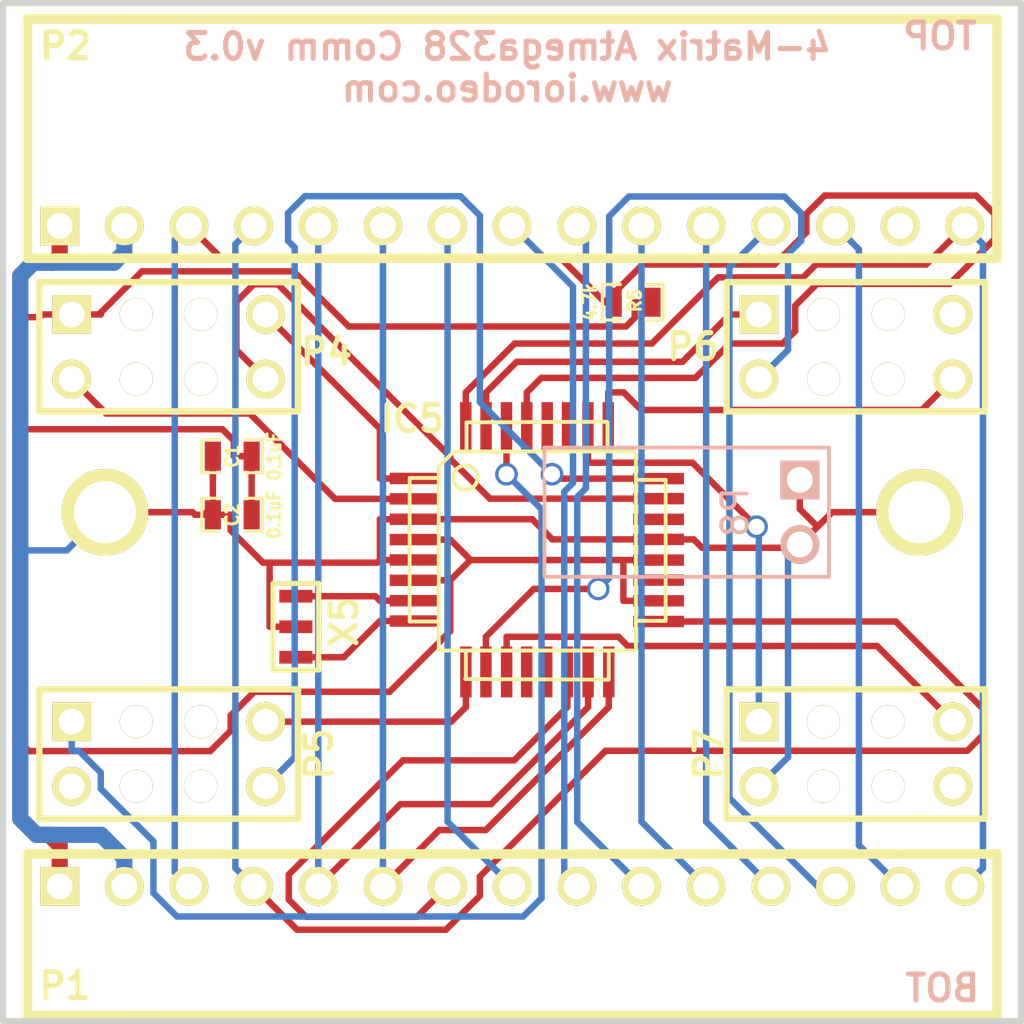
<source format=kicad_pcb>
(kicad_pcb (version 20221018) (generator pcbnew)
  (layers (0 "F.Cu" signal) (31 "B.Cu" signal) (34 "B.Paste" user) (35 "F.Paste" user) (36 "B.SilkS" user "B.Silkscreen") (37 "F.SilkS" user "F.Silkscreen") (38 "B.Mask" user) (39 "F.Mask" user) (44 "Edge.Cuts" user))
  (net 0 "")
  (net 1 "+5V")
  (net 2 "/B0_CS0")
  (net 3 "/B0_CS1")
  (net 4 "/B0_CS2")
  (net 5 "/B0_CS3")
  (net 6 "/B0_CS4")
  (net 7 "/B0_CS5")
  (net 8 "/B0_CS6")
  (net 9 "/B0_CS7")
  (net 10 "/B0_MISO")
  (net 11 "/B0_MOSI")
  (net 12 "/B0_SCK")
  (net 13 "/B1_CS0")
  (net 14 "/B1_CS1")
  (net 15 "/B1_CS2")
  (net 16 "/B1_CS3")
  (net 17 "/B1_MISO")
  (net 18 "/B1_MOSI")
  (net 19 "/B1_SCK")
  (net 20 "/EXT_INT0")
  (net 21 "/RESET_DRV0")
  (net 22 "/RESET_DRV1")
  (net 23 "/RESET_DRV2")
  (net 24 "/RESET_DRV3")
  (net 25 "/RESET_MSTR")
  (net 26 "/XTAL1")
  (net 27 "/XTAL2")
  (net 28 "GND")
  (footprint "HEADER_BOT" (layer "F.Cu") (at 70 84.7)
    (fp_text reference "P1" (at -17.5744 3.9111) (layer "F.SilkS") (effects (font (size 1.016 1.016) (thickness 0.2032))))
    (fp_text value "CONN15" hide)
    (fp_line (start -19.05 -1.27) (end -19.05 5.08) (stroke (width 0.381)) (layer "F.SilkS"))
    (fp_line (start -19.05 5.08) (end -13.97 5.08) (stroke (width 0.381)) (layer "F.SilkS"))
    (fp_line (start -15.24 -1.27) (end -19.05 -1.27) (stroke (width 0.381)) (layer "F.SilkS"))
    (fp_line (start -15.24 -1.27) (end 15.24 -1.27) (stroke (width 0.381)) (layer "F.SilkS"))
    (fp_line (start -15.24 5.08) (end 15.24 5.08) (stroke (width 0.381)) (layer "F.SilkS"))
    (fp_line (start 15.367 -1.27) (end 18.923 -1.27) (stroke (width 0.381)) (layer "F.SilkS"))
    (fp_line (start 15.367 5.08) (end 19.05 5.08) (stroke (width 0.381)) (layer "F.SilkS"))
    (fp_line (start 18.923 -1.27) (end 19.05 -1.27) (stroke (width 0.381)) (layer "F.SilkS"))
    (fp_line (start 19.05 5.08) (end 19.05 -1.27) (stroke (width 0.381)) (layer "F.SilkS"))
    (pad "1" thru_hole rect (at -17.78 0) (size 1.524 1.524) (drill 1.016) (layers "*.Cu" "*.Mask" "F.SilkS") (net 1 "+5V"))
    (pad "2" thru_hole circle (at -15.24 0) (size 1.524 1.524) (drill 1.016) (layers "*.Cu" "*.Mask" "F.SilkS") (net 28 "GND"))
    (pad "3" thru_hole circle (at -12.7 0) (size 1.524 1.524) (drill 1.016) (layers "*.Cu" "*.Mask" "F.SilkS") (net 25 "/RESET_MSTR"))
    (pad "4" thru_hole circle (at -10.16 0) (size 1.524 1.524) (drill 1.016) (layers "*.Cu" "*.Mask" "F.SilkS") (net 12 "/B0_SCK"))
    (pad "5" thru_hole circle (at -7.62 0) (size 1.524 1.524) (drill 1.016) (layers "*.Cu" "*.Mask" "F.SilkS") (net 11 "/B0_MOSI"))
    (pad "6" thru_hole circle (at -5.08 0) (size 1.524 1.524) (drill 1.016) (layers "*.Cu" "*.Mask" "F.SilkS") (net 10 "/B0_MISO"))
    (pad "7" thru_hole circle (at -2.54 0) (size 1.524 1.524) (drill 1.016) (layers "*.Cu" "*.Mask" "F.SilkS") (net 2 "/B0_CS0"))
    (pad "8" thru_hole circle (at 0 0) (size 1.524 1.524) (drill 1.016) (layers "*.Cu" "*.Mask" "F.SilkS") (net 3 "/B0_CS1"))
    (pad "9" thru_hole circle (at 2.54 0) (size 1.524 1.524) (drill 1.016) (layers "*.Cu" "*.Mask" "F.SilkS") (net 4 "/B0_CS2"))
    (pad "10" thru_hole circle (at 5.08 0) (size 1.524 1.524) (drill 1.016) (layers "*.Cu" "*.Mask" "F.SilkS") (net 5 "/B0_CS3"))
    (pad "11" thru_hole circle (at 7.62 0) (size 1.524 1.524) (drill 1.016) (layers "*.Cu" "*.Mask" "F.SilkS") (net 6 "/B0_CS4"))
    (pad "12" thru_hole circle (at 10.16 0) (size 1.524 1.524) (drill 1.016) (layers "*.Cu" "*.Mask" "F.SilkS") (net 7 "/B0_CS5"))
    (pad "13" thru_hole circle (at 12.7 0) (size 1.524 1.524) (drill 1.016) (layers "*.Cu" "*.Mask" "F.SilkS") (net 8 "/B0_CS6"))
    (pad "14" thru_hole circle (at 15.24 0) (size 1.524 1.524) (drill 1.016) (layers "*.Cu" "*.Mask" "F.SilkS") (net 9 "/B0_CS7"))
    (pad "15" thru_hole circle (at 17.78 0) (size 1.524 1.524) (drill 1.016) (layers "*.Cu" "*.Mask" "F.SilkS") (net 20 "/EXT_INT0"))
  )
  (footprint "HEADER_TOP" (layer "F.Cu") (at 70 58.75)
    (fp_text reference "P2" (at -17.549 -7.0706) (layer "F.SilkS") (effects (font (size 1.016 1.016) (thickness 0.2032))))
    (fp_text value "CONN15" hide)
    (fp_line (start -19.05 -8.128) (end -19.05 -7.62) (stroke (width 0.381)) (layer "F.SilkS"))
    (fp_line (start -19.05 1.27) (end -19.05 -7.62) (stroke (width 0.381)) (layer "F.SilkS"))
    (fp_line (start -15.24 -8.128) (end -19.05 -8.128) (stroke (width 0.381)) (layer "F.SilkS"))
    (fp_line (start -15.24 -8.128) (end 15.24 -8.128) (stroke (width 0.381)) (layer "F.SilkS"))
    (fp_line (start -15.24 1.27) (end -19.05 1.27) (stroke (width 0.381)) (layer "F.SilkS"))
    (fp_line (start 15.24 -8.128) (end 19.05 -8.128) (stroke (width 0.381)) (layer "F.SilkS"))
    (fp_line (start 15.24 1.27) (end -15.24 1.27) (stroke (width 0.381)) (layer "F.SilkS"))
    (fp_line (start 15.24 1.27) (end 19.05 1.27) (stroke (width 0.381)) (layer "F.SilkS"))
    (fp_line (start 19.05 -8.128) (end 19.05 -7.366) (stroke (width 0.381)) (layer "F.SilkS"))
    (fp_line (start 19.05 1.27) (end 19.05 -7.62) (stroke (width 0.381)) (layer "F.SilkS"))
    (pad "1" thru_hole rect (at -17.78 0) (size 1.524 1.524) (drill 1.016) (layers "*.Cu" "*.Mask" "F.SilkS") (net 1 "+5V"))
    (pad "2" thru_hole circle (at -15.24 0) (size 1.524 1.524) (drill 1.016) (layers "*.Cu" "*.Mask" "F.SilkS") (net 28 "GND"))
    (pad "3" thru_hole circle (at -12.7 0) (size 1.524 1.524) (drill 1.016) (layers "*.Cu" "*.Mask" "F.SilkS") (net 25 "/RESET_MSTR"))
    (pad "4" thru_hole circle (at -10.16 0) (size 1.524 1.524) (drill 1.016) (layers "*.Cu" "*.Mask" "F.SilkS") (net 12 "/B0_SCK"))
    (pad "5" thru_hole circle (at -7.62 0) (size 1.524 1.524) (drill 1.016) (layers "*.Cu" "*.Mask" "F.SilkS") (net 11 "/B0_MOSI"))
    (pad "6" thru_hole circle (at -5.08 0) (size 1.524 1.524) (drill 1.016) (layers "*.Cu" "*.Mask" "F.SilkS") (net 10 "/B0_MISO"))
    (pad "7" thru_hole circle (at -2.54 0) (size 1.524 1.524) (drill 1.016) (layers "*.Cu" "*.Mask" "F.SilkS") (net 3 "/B0_CS1"))
    (pad "8" thru_hole circle (at 0 0) (size 1.524 1.524) (drill 1.016) (layers "*.Cu" "*.Mask" "F.SilkS") (net 4 "/B0_CS2"))
    (pad "9" thru_hole circle (at 2.54 0) (size 1.524 1.524) (drill 1.016) (layers "*.Cu" "*.Mask" "F.SilkS") (net 5 "/B0_CS3"))
    (pad "10" thru_hole circle (at 5.08 0) (size 1.524 1.524) (drill 1.016) (layers "*.Cu" "*.Mask" "F.SilkS") (net 6 "/B0_CS4"))
    (pad "11" thru_hole circle (at 7.62 0) (size 1.524 1.524) (drill 1.016) (layers "*.Cu" "*.Mask" "F.SilkS") (net 7 "/B0_CS5"))
    (pad "12" thru_hole circle (at 10.16 0) (size 1.524 1.524) (drill 1.016) (layers "*.Cu" "*.Mask" "F.SilkS") (net 8 "/B0_CS6"))
    (pad "13" thru_hole circle (at 12.7 0) (size 1.524 1.524) (drill 1.016) (layers "*.Cu" "*.Mask" "F.SilkS") (net 9 "/B0_CS7"))
    (pad "14" thru_hole circle (at 15.24 0) (size 1.524 1.524) (drill 1.016) (layers "*.Cu" "*.Mask" "F.SilkS"))
    (pad "15" thru_hole circle (at 17.78 0) (size 1.524 1.524) (drill 1.016) (layers "*.Cu" "*.Mask" "F.SilkS") (net 20 "/EXT_INT0"))
  )
  (footprint "SM0603_Capa" (layer "F.Cu") (at 59 67.8 180)
    (fp_text reference "C1" (at 0 0 270) (layer "F.SilkS") (effects (font (size 0.508 0.4572) (thickness 0.1143))))
    (fp_text value "0.1uF" (at -1.651 0 270) (layer "F.SilkS") (effects (font (size 0.508 0.4572) (thickness 0.1143))))
    (fp_line (start -1.19888 -0.65024) (end -0.50038 -0.65024) (stroke (width 0.11938)) (layer "F.SilkS"))
    (fp_line (start -1.19888 0.635) (end -1.19888 -0.635) (stroke (width 0.11938)) (layer "F.SilkS"))
    (fp_line (start -0.50038 0.65024) (end -1.19888 0.65024) (stroke (width 0.11938)) (layer "F.SilkS"))
    (fp_line (start 0.50038 -0.65024) (end 1.19888 -0.65024) (stroke (width 0.11938)) (layer "F.SilkS"))
    (fp_line (start 0.50038 0.65024) (end 1.19888 0.65024) (stroke (width 0.11938)) (layer "F.SilkS"))
    (fp_line (start 1.19888 -0.635) (end 1.19888 0.635) (stroke (width 0.11938)) (layer "F.SilkS"))
    (pad "1" smd rect (at -0.762 0 180) (size 0.635 1.143) (layers "F.Cu" "F.Paste" "F.Mask") (net 1 "+5V"))
    (pad "2" smd rect (at 0.762 0 180) (size 0.635 1.143) (layers "F.Cu" "F.Paste" "F.Mask") (net 28 "GND"))
  )
  (footprint "SM0603_Capa" (layer "F.Cu") (at 59 70.1 180)
    (fp_text reference "C2" (at 0 0 270) (layer "F.SilkS") (effects (font (size 0.508 0.4572) (thickness 0.1143))))
    (fp_text value "0.1uF" (at -1.651 0 270) (layer "F.SilkS") (effects (font (size 0.508 0.4572) (thickness 0.1143))))
    (fp_line (start -1.19888 -0.65024) (end -0.50038 -0.65024) (stroke (width 0.11938)) (layer "F.SilkS"))
    (fp_line (start -1.19888 0.635) (end -1.19888 -0.635) (stroke (width 0.11938)) (layer "F.SilkS"))
    (fp_line (start -0.50038 0.65024) (end -1.19888 0.65024) (stroke (width 0.11938)) (layer "F.SilkS"))
    (fp_line (start 0.50038 -0.65024) (end 1.19888 -0.65024) (stroke (width 0.11938)) (layer "F.SilkS"))
    (fp_line (start 0.50038 0.65024) (end 1.19888 0.65024) (stroke (width 0.11938)) (layer "F.SilkS"))
    (fp_line (start 1.19888 -0.635) (end 1.19888 0.635) (stroke (width 0.11938)) (layer "F.SilkS"))
    (pad "1" smd rect (at -0.762 0 180) (size 0.635 1.143) (layers "F.Cu" "F.Paste" "F.Mask") (net 1 "+5V"))
    (pad "2" smd rect (at 0.762 0 180) (size 0.635 1.143) (layers "F.Cu" "F.Paste" "F.Mask") (net 28 "GND"))
  )
  (footprint "TQFP32" (layer "F.Cu") (at 71 71.5)
    (fp_text reference "IC5" (at -4.9252 -5.1679) (layer "F.SilkS") (effects (font (size 1.016 1.016) (thickness 0.2032))))
    (fp_text value "ATMEGA328-A" hide)
    (fp_line (start -5.0292 -2.8448) (end -5.0292 2.794) (stroke (width 0.1524)) (layer "F.SilkS"))
    (fp_line (start -5.0292 2.794) (end -3.8862 2.794) (stroke (width 0.1524)) (layer "F.SilkS"))
    (fp_line (start -5.02412 -2.8448) (end -3.87604 -2.8448) (stroke (width 0.1524)) (layer "F.SilkS"))
    (fp_line (start -3.8862 -3.2766) (end -3.8862 3.9116) (stroke (width 0.1524)) (layer "F.SilkS"))
    (fp_line (start -3.8862 3.937) (end 3.7338 3.937) (stroke (width 0.1524)) (layer "F.SilkS"))
    (fp_line (start -3.87604 -3.302) (end -3.29184 -3.8862) (stroke (width 0.1524)) (layer "F.SilkS"))
    (fp_line (start -3.2512 -3.8862) (end 3.81 -3.8862) (stroke (width 0.1524)) (layer "F.SilkS"))
    (fp_line (start -2.8448 5.0546) (end 2.794 5.08) (stroke (width 0.1524)) (layer "F.SilkS"))
    (fp_line (start -2.8194 3.9878) (end -2.8194 5.0546) (stroke (width 0.1524)) (layer "F.SilkS"))
    (fp_line (start -2.794 -5.0292) (end 2.7178 -5.0546) (stroke (width 0.1524)) (layer "F.SilkS"))
    (fp_line (start -2.794 -3.8862) (end -2.794 -5.03428) (stroke (width 0.1524)) (layer "F.SilkS"))
    (fp_line (start 2.7432 -5.0292) (end 2.7432 -3.9878) (stroke (width 0.1524)) (layer "F.SilkS"))
    (fp_line (start 2.794 3.9624) (end 2.794 5.0546) (stroke (width 0.1524)) (layer "F.SilkS"))
    (fp_line (start 3.8608 3.937) (end 3.8608 -3.7846) (stroke (width 0.1524)) (layer "F.SilkS"))
    (fp_line (start 5.0292 -2.7686) (end 3.9116 -2.7686) (stroke (width 0.1524)) (layer "F.SilkS"))
    (fp_line (start 5.0292 2.7686) (end 3.8862 2.7686) (stroke (width 0.1524)) (layer "F.SilkS"))
    (fp_line (start 5.0292 2.7686) (end 5.0292 -2.7686) (stroke (width 0.1524)) (layer "F.SilkS"))
    (fp_circle (center -2.83972 -2.86004) (end -2.43332 -2.60604) (stroke (width 0.1524)) (fill none) (layer "F.SilkS"))
    (pad "1" smd rect (at -4.81584 -2.82448) (size 1.99898 0.44958) (layers "F.Cu" "F.Paste" "F.Mask") (net 13 "/B1_CS0"))
    (pad "2" smd rect (at -4.81584 -2.02438) (size 1.99898 0.44958) (layers "F.Cu" "F.Paste" "F.Mask") (net 19 "/B1_SCK"))
    (pad "3" smd rect (at -4.81584 -1.22428) (size 1.99898 0.44958) (layers "F.Cu" "F.Paste" "F.Mask") (net 28 "GND"))
    (pad "4" smd rect (at -4.81584 -0.42418) (size 1.99898 0.44958) (layers "F.Cu" "F.Paste" "F.Mask") (net 1 "+5V"))
    (pad "5" smd rect (at -4.81584 0.37592) (size 1.99898 0.44958) (layers "F.Cu" "F.Paste" "F.Mask") (net 28 "GND"))
    (pad "6" smd rect (at -4.81584 1.17602) (size 1.99898 0.44958) (layers "F.Cu" "F.Paste" "F.Mask") (net 1 "+5V"))
    (pad "7" smd rect (at -4.81584 1.97612) (size 1.99898 0.44958) (layers "F.Cu" "F.Paste" "F.Mask") (net 26 "/XTAL1"))
    (pad "8" smd rect (at -4.81584 2.77622) (size 1.99898 0.44958) (layers "F.Cu" "F.Paste" "F.Mask") (net 27 "/XTAL2"))
    (pad "9" smd rect (at -2.8194 4.7752) (size 0.44958 1.99898) (layers "F.Cu" "F.Paste" "F.Mask") (net 14 "/B1_CS1"))
    (pad "10" smd rect (at -2.032 4.7752) (size 0.44958 1.99898) (layers "F.Cu" "F.Paste" "F.Mask") (net 15 "/B1_CS2"))
    (pad "11" smd rect (at -1.2192 4.7752) (size 0.44958 1.99898) (layers "F.Cu" "F.Paste" "F.Mask") (net 16 "/B1_CS3"))
    (pad "12" smd rect (at -0.4318 4.7752) (size 0.44958 1.99898) (layers "F.Cu" "F.Paste" "F.Mask"))
    (pad "13" smd rect (at 0.3556 4.7752) (size 0.44958 1.99898) (layers "F.Cu" "F.Paste" "F.Mask"))
    (pad "14" smd rect (at 1.1684 4.7752) (size 0.44958 1.99898) (layers "F.Cu" "F.Paste" "F.Mask") (net 2 "/B0_CS0"))
    (pad "15" smd rect (at 1.9812 4.7752) (size 0.44958 1.99898) (layers "F.Cu" "F.Paste" "F.Mask") (net 11 "/B0_MOSI"))
    (pad "16" smd rect (at 2.794 4.7752) (size 0.44958 1.99898) (layers "F.Cu" "F.Paste" "F.Mask") (net 10 "/B0_MISO"))
    (pad "17" smd rect (at 4.7498 2.794) (size 1.99898 0.44958) (layers "F.Cu" "F.Paste" "F.Mask") (net 12 "/B0_SCK"))
    (pad "18" smd rect (at 4.7498 1.9812) (size 1.99898 0.44958) (layers "F.Cu" "F.Paste" "F.Mask") (net 1 "+5V"))
    (pad "19" smd rect (at 4.7498 1.1684) (size 1.99898 0.44958) (layers "F.Cu" "F.Paste" "F.Mask"))
    (pad "20" smd rect (at 4.7498 0.381) (size 1.99898 0.44958) (layers "F.Cu" "F.Paste" "F.Mask") (net 1 "+5V"))
    (pad "21" smd rect (at 4.7498 -0.4318) (size 1.99898 0.44958) (layers "F.Cu" "F.Paste" "F.Mask") (net 28 "GND"))
    (pad "22" smd rect (at 4.7498 -1.2192) (size 1.99898 0.44958) (layers "F.Cu" "F.Paste" "F.Mask"))
    (pad "23" smd rect (at 4.7498 -2.032) (size 1.99898 0.44958) (layers "F.Cu" "F.Paste" "F.Mask") (net 21 "/RESET_DRV0"))
    (pad "24" smd rect (at 4.7498 -2.8194) (size 1.99898 0.44958) (layers "F.Cu" "F.Paste" "F.Mask") (net 22 "/RESET_DRV1"))
    (pad "25" smd rect (at 2.77368 -4.826) (size 0.44958 1.99898) (layers "F.Cu" "F.Paste" "F.Mask") (net 23 "/RESET_DRV2"))
    (pad "26" smd rect (at 1.97612 -4.826) (size 0.44958 1.99898) (layers "F.Cu" "F.Paste" "F.Mask") (net 24 "/RESET_DRV3"))
    (pad "27" smd rect (at 1.17348 -4.826) (size 0.44958 1.99898) (layers "F.Cu" "F.Paste" "F.Mask"))
    (pad "28" smd rect (at 0.37592 -4.826) (size 0.44958 1.99898) (layers "F.Cu" "F.Paste" "F.Mask"))
    (pad "29" smd rect (at -0.42672 -4.826) (size 0.44958 1.99898) (layers "F.Cu" "F.Paste" "F.Mask") (net 25 "/RESET_MSTR"))
    (pad "30" smd rect (at -1.22428 -4.826) (size 0.44958 1.99898) (layers "F.Cu" "F.Paste" "F.Mask") (net 17 "/B1_MISO"))
    (pad "31" smd rect (at -2.02692 -4.826) (size 0.44958 1.99898) (layers "F.Cu" "F.Paste" "F.Mask") (net 18 "/B1_MOSI"))
    (pad "32" smd rect (at -2.82448 -4.826) (size 0.44958 1.99898) (layers "F.Cu" "F.Paste" "F.Mask") (net 20 "/EXT_INT0"))
  )
  (footprint "SM0603_Resistor" (layer "F.Cu") (at 74.75 61.75)
    (fp_text reference "R5" (at 0.0635 -0.0635 90) (layer "F.SilkS") (effects (font (size 0.50038 0.4572) (thickness 0.1143))))
    (fp_text value "4.7k" (at -1.69926 0 90) (layer "F.SilkS") (effects (font (size 0.508 0.4572) (thickness 0.1143))))
    (fp_line (start -1.2065 -0.6985) (end -1.2065 0.6985) (stroke (width 0.127)) (layer "F.SilkS"))
    (fp_line (start -1.2065 0.6985) (end -0.50038 0.6985) (stroke (width 0.127)) (layer "F.SilkS"))
    (fp_line (start -0.50038 -0.6985) (end -1.2065 -0.6985) (stroke (width 0.127)) (layer "F.SilkS"))
    (fp_line (start 1.2065 -0.6985) (end 0.50038 -0.6985) (stroke (width 0.127)) (layer "F.SilkS"))
    (fp_line (start 1.2065 -0.6985) (end 1.2065 0.6985) (stroke (width 0.127)) (layer "F.SilkS"))
    (fp_line (start 1.2065 0.6985) (end 0.50038 0.6985) (stroke (width 0.127)) (layer "F.SilkS"))
    (pad "1" smd rect (at -0.762 0) (size 0.635 1.143) (layers "F.Cu" "F.Paste" "F.Mask") (net 25 "/RESET_MSTR"))
    (pad "2" smd rect (at 0.762 0) (size 0.635 1.143) (layers "F.Cu" "F.Paste" "F.Mask") (net 1 "+5V"))
  )
  (footprint "CER_RESO" (layer "F.Cu") (at 61.5 74.5 -90)
    (fp_text reference "X5" (at -0.2 -1.9 270) (layer "F.SilkS") (effects (font (size 1.016 1.016) (thickness 0.2032))))
    (fp_text value "CER_RESO" hide)
    (fp_line (start -1.69926 -0.89916) (end 1.69926 -0.89916) (stroke (width 0.2032)) (layer "F.SilkS"))
    (fp_line (start -1.69926 0.89916) (end -1.69926 -0.89916) (stroke (width 0.2032)) (layer "F.SilkS"))
    (fp_line (start 1.69926 -0.89916) (end 1.69926 0.89916) (stroke (width 0.2032)) (layer "F.SilkS"))
    (fp_line (start 1.69926 0.89916) (end -1.69926 0.89916) (stroke (width 0.2032)) (layer "F.SilkS"))
    (pad "1" smd rect (at -1.19888 0 270) (size 0.50038 1.30048) (layers "F.Cu" "F.Paste" "F.Mask") (net 26 "/XTAL1"))
    (pad "2" smd rect (at 0 0 270) (size 0.50038 1.30048) (layers "F.Cu" "F.Paste" "F.Mask") (net 28 "GND"))
    (pad "3" smd rect (at 1.19888 0 270) (size 0.50038 1.30048) (layers "F.Cu" "F.Paste" "F.Mask") (net 27 "/XTAL2"))
  )
  (footprint "PASS_THRU_ARRAY_2X2" (layer "F.Cu") (at 56.5 63.5 -90)
    (fp_text reference "P4" (at 0.2 -6.2) (layer "F.SilkS") (effects (font (size 1.016 1.016) (thickness 0.2032))))
    (fp_text value "CONN_2X2" hide)
    (fp_line (start -2.54 -5.08) (end 2.54 -5.08) (stroke (width 0.254)) (layer "F.SilkS"))
    (fp_line (start -2.54 -2.54) (end -2.54 -5.08) (stroke (width 0.254)) (layer "F.SilkS"))
    (fp_line (start -2.54 2.54) (end -2.54 -2.54) (stroke (width 0.254)) (layer "F.SilkS"))
    (fp_line (start -2.54 2.54) (end -2.54 5.08) (stroke (width 0.254)) (layer "F.SilkS"))
    (fp_line (start -2.54 5.08) (end 2.54 5.08) (stroke (width 0.254)) (layer "F.SilkS"))
    (fp_line (start 2.54 -5.08) (end 2.54 -2.54) (stroke (width 0.254)) (layer "F.SilkS"))
    (fp_line (start 2.54 -2.54) (end 2.54 2.54) (stroke (width 0.254)) (layer "F.SilkS"))
    (fp_line (start 2.54 5.08) (end 2.54 2.54) (stroke (width 0.254)) (layer "F.SilkS"))
    (pad "" thru_hole circle (at -1.27 -1.27 270) (size 1.2954 1.2954) (drill 1.27) (layers "*.Cu" "F.SilkS"))
    (pad "" thru_hole circle (at -1.27 1.27 270) (size 1.2954 1.2954) (drill 1.27) (layers "*.Cu" "F.SilkS"))
    (pad "" thru_hole circle (at 1.27 -1.27 270) (size 1.2954 1.2954) (drill 1.27) (layers "*.Cu" "F.SilkS"))
    (pad "" thru_hole circle (at 1.27 1.27 270) (size 1.2954 1.2954) (drill 1.27) (layers "*.Cu" "F.SilkS"))
    (pad "1" thru_hole rect (at -1.27 3.81 270) (size 1.524 1.524) (drill 1.016) (layers "*.Cu" "*.Mask" "F.SilkS") (net 1 "+5V"))
    (pad "2" thru_hole circle (at -1.27 -3.81 270) (size 1.524 1.524) (drill 1.016) (layers "*.Cu" "*.Mask" "F.SilkS") (net 13 "/B1_CS0"))
    (pad "3" thru_hole circle (at 1.27 3.81 270) (size 1.524 1.524) (drill 1.016) (layers "*.Cu" "*.Mask" "F.SilkS") (net 19 "/B1_SCK"))
    (pad "4" thru_hole circle (at 1.27 -3.81 270) (size 1.524 1.524) (drill 1.016) (layers "*.Cu" "*.Mask" "F.SilkS") (net 21 "/RESET_DRV0"))
  )
  (footprint "PASS_THRU_ARRAY_2X2" (layer "F.Cu") (at 56.5 79.5 -90)
    (fp_text reference "P5" (at 0 -5.9 270) (layer "F.SilkS") (effects (font (size 1.016 1.016) (thickness 0.2032))))
    (fp_text value "CONN_2X2" hide)
    (fp_line (start -2.54 -5.08) (end 2.54 -5.08) (stroke (width 0.254)) (layer "F.SilkS"))
    (fp_line (start -2.54 -2.54) (end -2.54 -5.08) (stroke (width 0.254)) (layer "F.SilkS"))
    (fp_line (start -2.54 2.54) (end -2.54 -2.54) (stroke (width 0.254)) (layer "F.SilkS"))
    (fp_line (start -2.54 2.54) (end -2.54 5.08) (stroke (width 0.254)) (layer "F.SilkS"))
    (fp_line (start -2.54 5.08) (end 2.54 5.08) (stroke (width 0.254)) (layer "F.SilkS"))
    (fp_line (start 2.54 -5.08) (end 2.54 -2.54) (stroke (width 0.254)) (layer "F.SilkS"))
    (fp_line (start 2.54 -2.54) (end 2.54 2.54) (stroke (width 0.254)) (layer "F.SilkS"))
    (fp_line (start 2.54 5.08) (end 2.54 2.54) (stroke (width 0.254)) (layer "F.SilkS"))
    (pad "" thru_hole circle (at -1.27 -1.27 270) (size 1.2954 1.2954) (drill 1.27) (layers "*.Cu" "F.SilkS"))
    (pad "" thru_hole circle (at -1.27 1.27 270) (size 1.2954 1.2954) (drill 1.27) (layers "*.Cu" "F.SilkS"))
    (pad "" thru_hole circle (at 1.27 -1.27 270) (size 1.2954 1.2954) (drill 1.27) (layers "*.Cu" "F.SilkS"))
    (pad "" thru_hole circle (at 1.27 1.27 270) (size 1.2954 1.2954) (drill 1.27) (layers "*.Cu" "F.SilkS"))
    (pad "1" thru_hole rect (at -1.27 3.81 270) (size 1.524 1.524) (drill 1.016) (layers "*.Cu" "*.Mask" "F.SilkS") (net 17 "/B1_MISO"))
    (pad "2" thru_hole circle (at -1.27 -3.81 270) (size 1.524 1.524) (drill 1.016) (layers "*.Cu" "*.Mask" "F.SilkS") (net 14 "/B1_CS1"))
    (pad "3" thru_hole circle (at 1.27 3.81 270) (size 1.524 1.524) (drill 1.016) (layers "*.Cu" "*.Mask" "F.SilkS"))
    (pad "4" thru_hole circle (at 1.27 -3.81 270) (size 1.524 1.524) (drill 1.016) (layers "*.Cu" "*.Mask" "F.SilkS") (net 22 "/RESET_DRV1"))
  )
  (footprint "PASS_THRU_ARRAY_2X2" (layer "F.Cu") (at 83.5 63.5 -90)
    (fp_text reference "P6" (at 0 6.4 180) (layer "F.SilkS") (effects (font (size 1.016 1.016) (thickness 0.2032))))
    (fp_text value "CONN_2X2" hide)
    (fp_line (start -2.54 -5.08) (end 2.54 -5.08) (stroke (width 0.254)) (layer "F.SilkS"))
    (fp_line (start -2.54 -2.54) (end -2.54 -5.08) (stroke (width 0.254)) (layer "F.SilkS"))
    (fp_line (start -2.54 2.54) (end -2.54 -2.54) (stroke (width 0.254)) (layer "F.SilkS"))
    (fp_line (start -2.54 2.54) (end -2.54 5.08) (stroke (width 0.254)) (layer "F.SilkS"))
    (fp_line (start -2.54 5.08) (end 2.54 5.08) (stroke (width 0.254)) (layer "F.SilkS"))
    (fp_line (start 2.54 -5.08) (end 2.54 -2.54) (stroke (width 0.254)) (layer "F.SilkS"))
    (fp_line (start 2.54 -2.54) (end 2.54 2.54) (stroke (width 0.254)) (layer "F.SilkS"))
    (fp_line (start 2.54 5.08) (end 2.54 2.54) (stroke (width 0.254)) (layer "F.SilkS"))
    (pad "" thru_hole circle (at -1.27 -1.27 270) (size 1.2954 1.2954) (drill 1.27) (layers "*.Cu" "F.SilkS"))
    (pad "" thru_hole circle (at -1.27 1.27 270) (size 1.2954 1.2954) (drill 1.27) (layers "*.Cu" "F.SilkS"))
    (pad "" thru_hole circle (at 1.27 -1.27 270) (size 1.2954 1.2954) (drill 1.27) (layers "*.Cu" "F.SilkS"))
    (pad "" thru_hole circle (at 1.27 1.27 270) (size 1.2954 1.2954) (drill 1.27) (layers "*.Cu" "F.SilkS"))
    (pad "1" thru_hole rect (at -1.27 3.81 270) (size 1.524 1.524) (drill 1.016) (layers "*.Cu" "*.Mask" "F.SilkS") (net 18 "/B1_MOSI"))
    (pad "2" thru_hole circle (at -1.27 -3.81 270) (size 1.524 1.524) (drill 1.016) (layers "*.Cu" "*.Mask" "F.SilkS"))
    (pad "3" thru_hole circle (at 1.27 3.81 270) (size 1.524 1.524) (drill 1.016) (layers "*.Cu" "*.Mask" "F.SilkS") (net 15 "/B1_CS2"))
    (pad "4" thru_hole circle (at 1.27 -3.81 270) (size 1.524 1.524) (drill 1.016) (layers "*.Cu" "*.Mask" "F.SilkS") (net 23 "/RESET_DRV2"))
  )
  (footprint "PASS_THRU_ARRAY_2X2" (layer "F.Cu") (at 83.5 79.5 -90)
    (fp_text reference "P7" (at 0 5.8 270) (layer "F.SilkS") (effects (font (size 1.016 1.016) (thickness 0.2032))))
    (fp_text value "CONN_2X2" hide)
    (fp_line (start -2.54 -5.08) (end 2.54 -5.08) (stroke (width 0.254)) (layer "F.SilkS"))
    (fp_line (start -2.54 -2.54) (end -2.54 -5.08) (stroke (width 0.254)) (layer "F.SilkS"))
    (fp_line (start -2.54 2.54) (end -2.54 -2.54) (stroke (width 0.254)) (layer "F.SilkS"))
    (fp_line (start -2.54 2.54) (end -2.54 5.08) (stroke (width 0.254)) (layer "F.SilkS"))
    (fp_line (start -2.54 5.08) (end 2.54 5.08) (stroke (width 0.254)) (layer "F.SilkS"))
    (fp_line (start 2.54 -5.08) (end 2.54 -2.54) (stroke (width 0.254)) (layer "F.SilkS"))
    (fp_line (start 2.54 -2.54) (end 2.54 2.54) (stroke (width 0.254)) (layer "F.SilkS"))
    (fp_line (start 2.54 5.08) (end 2.54 2.54) (stroke (width 0.254)) (layer "F.SilkS"))
    (pad "" thru_hole circle (at -1.27 -1.27 270) (size 1.2954 1.2954) (drill 1.27) (layers "*.Cu" "F.SilkS"))
    (pad "" thru_hole circle (at -1.27 1.27 270) (size 1.2954 1.2954) (drill 1.27) (layers "*.Cu" "F.SilkS"))
    (pad "" thru_hole circle (at 1.27 -1.27 270) (size 1.2954 1.2954) (drill 1.27) (layers "*.Cu" "F.SilkS"))
    (pad "" thru_hole circle (at 1.27 1.27 270) (size 1.2954 1.2954) (drill 1.27) (layers "*.Cu" "F.SilkS"))
    (pad "1" thru_hole rect (at -1.27 3.81 270) (size 1.524 1.524) (drill 1.016) (layers "*.Cu" "*.Mask" "F.SilkS") (net 24 "/RESET_DRV3"))
    (pad "2" thru_hole circle (at -1.27 -3.81 270) (size 1.524 1.524) (drill 1.016) (layers "*.Cu" "*.Mask" "F.SilkS") (net 16 "/B1_CS3"))
    (pad "3" thru_hole circle (at 1.27 3.81 270) (size 1.524 1.524) (drill 1.016) (layers "*.Cu" "*.Mask" "F.SilkS") (net 28 "GND"))
    (pad "4" thru_hole circle (at 1.27 -3.81 270) (size 1.524 1.524) (drill 1.016) (layers "*.Cu" "*.Mask" "F.SilkS"))
  )
  (footprint "2-56 Mount Holes" (layer "F.Cu") (at 54 70)
    (fp_text reference "M1" hide)
    (fp_text value "CONN_1" hide)
    (pad "1" thru_hole circle (at 0 0) (size 3.40106 3.40106) (drill 2.4384) (layers "*.Cu" "*.Mask" "F.SilkS") (net 28 "GND"))
  )
  (footprint "2-56 Mount Holes" (layer "F.Cu") (at 86 70)
    (fp_text reference "M2" hide)
    (fp_text value "CONN_1" hide)
    (pad "1" thru_hole circle (at 0 0) (size 3.40106 3.40106) (drill 2.4384) (layers "*.Cu" "*.Mask" "F.SilkS") (net 28 "GND"))
  )
  (footprint "RT_ANG_2PIN" (layer "B.Cu") (at 81.3 70 -90)
    (fp_text reference "P8" (at 0 2.54 270) (layer "B.SilkS") (effects (justify mirror)))
    (fp_text value "CONN_2" hide)
    (fp_line (start -2.54 -1.143) (end 2.54 -1.143) (stroke (width 0.15)) (layer "B.SilkS"))
    (fp_line (start -2.54 10.033) (end -2.54 -1.143) (stroke (width 0.15)) (layer "B.SilkS"))
    (fp_line (start 2.54 -1.143) (end 2.54 10.033) (stroke (width 0.15)) (layer "B.SilkS"))
    (fp_line (start 2.54 10.033) (end -2.54 10.033) (stroke (width 0.15)) (layer "B.SilkS"))
    (pad "1" thru_hole rect (at -1.27 0 270) (size 1.524 1.524) (drill 1.016) (layers "*.Cu" "*.Mask" "B.SilkS") (net 28 "GND"))
    (pad "2" thru_hole circle (at 1.27 0 270) (size 1.524 1.524) (drill 1.016) (layers "*.Cu" "*.Mask" "B.SilkS") (net 28 "GND"))
  )
  (gr_line (start 90 90) (end 90 50) (stroke (width 0.25)) (layer "Edge.Cuts"))
  (gr_line (start 90 50) (end 50 50) (stroke (width 0.25)) (layer "Edge.Cuts"))
  (gr_line (start 50 50) (end 50 90) (stroke (width 0.25)) (layer "Edge.Cuts"))
  (gr_line (start 50 90) (end 90 90) (stroke (width 0.25)) (layer "Edge.Cuts"))
  (gr_text "BOT" (at 86.9 88.7) (layer "B.SilkS") (effects (font (size 1.016 1.016) (thickness 0.2032)) (justify mirror)))
  (gr_text "4-Matrix Atmega328 Comm v0.3\nwww.iorodeo.com" (at 69.7992 52.5272) (layer "B.SilkS") (effects (font (size 1.016 1.016) (thickness 0.2032)) (justify mirror)))
  (gr_text "TOP" (at 86.8 51.3) (layer "B.SilkS") (effects (font (size 1.016 1.016) (thickness 0.2032)) (justify mirror)))
  (segment (start 58.614 66.7394) (end 59.0632 67.1886) (width 0.254) (layer "F.Cu") (net 1))
  (segment (start 75.7498 73.4812) (end 74.369 73.4812) (width 0.254) (layer "F.Cu") (net 1))
  (segment (start 52.22 83.081) (end 51.816 82.677) (width 0.635) (layer "F.Cu") (net 1))
  (segment (start 51.943 60.198) (end 52.22 59.921) (width 0.635) (layer "F.Cu") (net 1))
  (segment (start 50.673 66.7394) (end 50.673 62.3362) (width 0.635) (layer "F.Cu") (net 1))
  (segment (start 50.673 79.0447) (end 51.0145 79.3862) (width 0.254) (layer "F.Cu") (net 1))
  (segment (start 68.3702 71.881) (end 68.3651 71.8759) (width 0.254) (layer "F.Cu") (net 1))
  (segment (start 50.673 62.3362) (end 51.4405 62.3362) (width 0.254) (layer "F.Cu") (net 1))
  (segment (start 75.7498 71.881) (end 74.369 71.881) (width 0.254) (layer "F.Cu") (net 1))
  (segment (start 66.1842 72.676) (end 67.565 72.676) (width 0.254) (layer "F.Cu") (net 1))
  (segment (start 50.673 66.7394) (end 58.614 66.7394) (width 0.254) (layer "F.Cu") (net 1))
  (segment (start 53.8333 62.1585) (end 53.8333 62.23) (width 0.254) (layer "F.Cu") (net 1))
  (segment (start 52.22 84.7) (end 52.22 83.081) (width 0.635) (layer "F.Cu") (net 1))
  (segment (start 52.69 62.23) (end 53.8333 62.23) (width 0.254) (layer "F.Cu") (net 1))
  (segment (start 51.181 60.198) (end 51.943 60.198) (width 0.635) (layer "F.Cu") (net 1))
  (segment (start 65.1837 77.0544) (end 67.565 74.6731) (width 0.254) (layer "F.Cu") (net 1))
  (segment (start 75.512 61.75) (end 74.8132 61.75) (width 0.254) (layer "F.Cu") (net 1))
  (segment (start 59.8687 77.0544) (end 65.1837 77.0544) (width 0.254) (layer "F.Cu") (net 1))
  (segment (start 74.369 71.881) (end 68.3702 71.881) (width 0.254) (layer "F.Cu") (net 1))
  (segment (start 52.69 62.23) (end 51.5467 62.23) (width 0.254) (layer "F.Cu") (net 1))
  (segment (start 52.22 59.921) (end 52.22 58.75) (width 0.635) (layer "F.Cu") (net 1))
  (segment (start 58.937 77.9861) (end 59.8687 77.0544) (width 0.254) (layer "F.Cu") (net 1))
  (segment (start 55.4545 60.5373) (end 53.8333 62.1585) (width 0.254) (layer "F.Cu") (net 1))
  (segment (start 59.762 67.8) (end 59.0632 67.8) (width 0.254) (layer "F.Cu") (net 1))
  (segment (start 59.0632 67.1886) (end 59.0632 67.8) (width 0.254) (layer "F.Cu") (net 1))
  (segment (start 66.1842 71.0758) (end 67.565 71.0758) (width 0.254) (layer "F.Cu") (net 1))
  (segment (start 59.762 67.8) (end 59.762 70.1) (width 0.254) (layer "F.Cu") (net 1))
  (segment (start 74.8132 61.75) (end 74.8132 62.3614) (width 0.254) (layer "F.Cu") (net 1))
  (segment (start 63.5754 62.7029) (end 61.4098 60.5373) (width 0.254) (layer "F.Cu") (net 1))
  (segment (start 50.673 60.706) (end 51.181 60.198) (width 0.635) (layer "F.Cu") (net 1))
  (segment (start 68.3651 71.8759) (end 67.565 71.0758) (width 0.254) (layer "F.Cu") (net 1))
  (segment (start 74.369 71.881) (end 74.369 73.4812) (width 0.254) (layer "F.Cu") (net 1))
  (segment (start 61.4098 60.5373) (end 55.4545 60.5373) (width 0.254) (layer "F.Cu") (net 1))
  (segment (start 74.8132 62.3614) (end 74.4717 62.7029) (width 0.254) (layer "F.Cu") (net 1))
  (segment (start 51.308 82.677) (end 50.673 82.042) (width 0.635) (layer "F.Cu") (net 1))
  (segment (start 51.0145 79.3862) (end 58.139 79.3862) (width 0.254) (layer "F.Cu") (net 1))
  (segment (start 50.673 62.3362) (end 50.673 60.706) (width 0.635) (layer "F.Cu") (net 1))
  (segment (start 50.673 82.042) (end 50.673 79.0447) (width 0.635) (layer "F.Cu") (net 1))
  (segment (start 51.816 82.677) (end 51.308 82.677) (width 0.635) (layer "F.Cu") (net 1))
  (segment (start 67.565 74.6731) (end 67.565 72.676) (width 0.254) (layer "F.Cu") (net 1))
  (segment (start 68.3651 71.8759) (end 67.565 72.676) (width 0.254) (layer "F.Cu") (net 1))
  (segment (start 58.937 78.5882) (end 58.937 77.9861) (width 0.254) (layer "F.Cu") (net 1))
  (segment (start 58.139 79.3862) (end 58.937 78.5882) (width 0.254) (layer "F.Cu") (net 1))
  (segment (start 51.4405 62.3362) (end 51.5467 62.23) (width 0.254) (layer "F.Cu") (net 1))
  (segment (start 74.4717 62.7029) (end 63.5754 62.7029) (width 0.254) (layer "F.Cu") (net 1))
  (segment (start 50.673 79.0447) (end 50.673 66.7394) (width 0.635) (layer "F.Cu") (net 1))
  (segment (start 70.0742 79.7502) (end 65.7071 79.7502) (width 0.254) (layer "F.Cu") (net 2))
  (segment (start 65.7071 79.7502) (end 61.22 84.2373) (width 0.254) (layer "F.Cu") (net 2))
  (segment (start 72.1684 77.656) (end 70.0742 79.7502) (width 0.254) (layer "F.Cu") (net 2))
  (segment (start 66.2632 85.8968) (end 67.46 84.7) (width 0.254) (layer "F.Cu") (net 2))
  (segment (start 61.8963 85.8968) (end 66.2632 85.8968) (width 0.254) (layer "F.Cu") (net 2))
  (segment (start 61.22 84.2373) (end 61.22 85.2205) (width 0.254) (layer "F.Cu") (net 2))
  (segment (start 61.22 85.2205) (end 61.8963 85.8968) (width 0.254) (layer "F.Cu") (net 2))
  (segment (start 72.1684 76.2752) (end 72.1684 77.656) (width 0.254) (layer "F.Cu") (net 2))
  (segment (start 70 84.7) (end 67.46 82.16) (width 0.254) (layer "B.Cu") (net 3))
  (segment (start 67.46 82.16) (end 67.46 58.75) (width 0.254) (layer "B.Cu") (net 3))
  (segment (start 72.0454 84.2054) (end 72.0454 69.1916) (width 0.254) (layer "B.Cu") (net 4))
  (segment (start 72.54 84.7) (end 72.0454 84.2054) (width 0.254) (layer "B.Cu") (net 4))
  (segment (start 72.0454 69.1916) (end 72.3877 68.8493) (width 0.254) (layer "B.Cu") (net 4))
  (segment (start 72.3877 61.1377) (end 70 58.75) (width 0.254) (layer "B.Cu") (net 4))
  (segment (start 72.3877 68.8493) (end 72.3877 61.1377) (width 0.254) (layer "B.Cu") (net 4))
  (segment (start 72.5537 69.4021) (end 72.896 69.0598) (width 0.254) (layer "B.Cu") (net 5))
  (segment (start 72.896 59.106) (end 72.54 58.75) (width 0.254) (layer "B.Cu") (net 5))
  (segment (start 75.08 84.7) (end 72.5537 82.1737) (width 0.254) (layer "B.Cu") (net 5))
  (segment (start 72.896 69.0598) (end 72.896 59.106) (width 0.254) (layer "B.Cu") (net 5))
  (segment (start 72.5537 82.1737) (end 72.5537 69.4021) (width 0.254) (layer "B.Cu") (net 5))
  (segment (start 77.62 84.7) (end 75.08 82.16) (width 0.254) (layer "B.Cu") (net 6))
  (segment (start 75.08 82.16) (end 75.08 58.75) (width 0.254) (layer "B.Cu") (net 6))
  (segment (start 77.62 82.16) (end 80.16 84.7) (width 0.254) (layer "B.Cu") (net 7))
  (segment (start 77.62 58.75) (end 77.62 82.16) (width 0.254) (layer "B.Cu") (net 7))
  (segment (start 80.16 58.75) (end 78.5344 60.3756) (width 0.254) (layer "B.Cu") (net 8))
  (segment (start 78.5344 60.3756) (end 78.5344 81.232) (width 0.254) (layer "B.Cu") (net 8))
  (segment (start 82.0024 84.7) (end 82.7 84.7) (width 0.254) (layer "B.Cu") (net 8))
  (segment (start 78.5344 81.232) (end 82.0024 84.7) (width 0.254) (layer "B.Cu") (net 8))
  (segment (start 83.6215 59.6715) (end 83.6215 83.0815) (width 0.254) (layer "B.Cu") (net 9))
  (segment (start 82.7 58.75) (end 83.6215 59.6715) (width 0.254) (layer "B.Cu") (net 9))
  (segment (start 83.6215 83.0815) (end 85.24 84.7) (width 0.254) (layer "B.Cu") (net 9))
  (segment (start 67.132 82.488) (end 64.92 84.7) (width 0.254) (layer "F.Cu") (net 10))
  (segment (start 68.962 82.488) (end 67.132 82.488) (width 0.254) (layer "F.Cu") (net 10))
  (segment (start 73.794 77.656) (end 68.962 82.488) (width 0.254) (layer "F.Cu") (net 10))
  (segment (start 73.794 76.2752) (end 73.794 77.656) (width 0.254) (layer "F.Cu") (net 10))
  (segment (start 64.92 84.7) (end 64.92 58.75) (width 0.254) (layer "B.Cu") (net 10))
  (segment (start 72.9812 76.2752) (end 72.9812 77.656) (width 0.254) (layer "F.Cu") (net 11))
  (segment (start 72.9812 77.656) (end 69.1659 81.4713) (width 0.254) (layer "F.Cu") (net 11))
  (segment (start 65.6087 81.4713) (end 62.38 84.7) (width 0.254) (layer "F.Cu") (net 11))
  (segment (start 69.1659 81.4713) (end 65.6087 81.4713) (width 0.254) (layer "F.Cu") (net 11))
  (segment (start 62.38 84.7) (end 62.38 58.75) (width 0.254) (layer "B.Cu") (net 11))
  (segment (start 88.4943 77.7205) (end 88.4943 78.7585) (width 0.254) (layer "F.Cu") (net 12))
  (segment (start 73.6688 79.3734) (end 68.73 84.3122) (width 0.254) (layer "F.Cu") (net 12))
  (segment (start 61.5452 86.4052) (end 59.84 84.7) (width 0.254) (layer "F.Cu") (net 12))
  (segment (start 68.73 85.0725) (end 67.3973 86.4052) (width 0.254) (layer "F.Cu") (net 12))
  (segment (start 67.3973 86.4052) (end 61.5452 86.4052) (width 0.254) (layer "F.Cu") (net 12))
  (segment (start 68.73 84.3122) (end 68.73 85.0725) (width 0.254) (layer "F.Cu") (net 12))
  (segment (start 87.8794 79.3734) (end 73.6688 79.3734) (width 0.254) (layer "F.Cu") (net 12))
  (segment (start 85.0678 74.294) (end 88.4943 77.7205) (width 0.254) (layer "F.Cu") (net 12))
  (segment (start 88.4943 78.7585) (end 87.8794 79.3734) (width 0.254) (layer "F.Cu") (net 12))
  (segment (start 75.7498 74.294) (end 85.0678 74.294) (width 0.254) (layer "F.Cu") (net 12))
  (segment (start 59.1243 83.9843) (end 59.1243 59.4657) (width 0.254) (layer "B.Cu") (net 12))
  (segment (start 59.1243 59.4657) (end 59.84 58.75) (width 0.254) (layer "B.Cu") (net 12))
  (segment (start 59.84 84.7) (end 59.1243 83.9843) (width 0.254) (layer "B.Cu") (net 12))
  (segment (start 60.31 62.23) (end 64.8034 66.7234) (width 0.254) (layer "F.Cu") (net 13))
  (segment (start 66.1842 68.6755) (end 64.8034 68.6755) (width 0.254) (layer "F.Cu") (net 13))
  (segment (start 64.8034 66.7234) (end 64.8034 68.6755) (width 0.254) (layer "F.Cu") (net 13))
  (segment (start 68.1806 76.2752) (end 68.1806 77.656) (width 0.254) (layer "F.Cu") (net 14))
  (segment (start 60.31 78.23) (end 67.6066 78.23) (width 0.254) (layer "F.Cu") (net 14))
  (segment (start 67.6066 78.23) (end 68.1806 77.656) (width 0.254) (layer "F.Cu") (net 14))
  (segment (start 70.8484 73.014) (end 68.968 74.8944) (width 0.254) (layer "F.Cu") (net 15))
  (segment (start 68.968 76.2752) (end 68.968 74.8944) (width 0.254) (layer "F.Cu") (net 15))
  (segment (start 73.3795 73.014) (end 70.8484 73.014) (width 0.254) (layer "F.Cu") (net 15))
  (via (at 73.3795 73.014) (size 0.889) (drill 0.635) (layers "F.Cu" "B.Cu") (net 15))
  (segment (start 73.81 72.5835) (end 73.3795 73.014) (width 0.254) (layer "B.Cu") (net 15))
  (segment (start 81.3559 59.3323) (end 81.3559 58.255) (width 0.254) (layer "B.Cu") (net 15))
  (segment (start 80.6961 57.5952) (end 74.5872 57.5952) (width 0.254) (layer "B.Cu") (net 15))
  (segment (start 73.81 58.3724) (end 73.81 72.5835) (width 0.254) (layer "B.Cu") (net 15))
  (segment (start 81.3559 58.255) (end 80.6961 57.5952) (width 0.254) (layer "B.Cu") (net 15))
  (segment (start 79.69 64.77) (end 80.8374 63.6226) (width 0.254) (layer "B.Cu") (net 15))
  (segment (start 74.5872 57.5952) (end 73.81 58.3724) (width 0.254) (layer "B.Cu") (net 15))
  (segment (start 80.8374 59.8508) (end 81.3559 59.3323) (width 0.254) (layer "B.Cu") (net 15))
  (segment (start 80.8374 63.6226) (end 80.8374 59.8508) (width 0.254) (layer "B.Cu") (net 15))
  (segment (start 74.5392 75.2569) (end 74.1767 74.8944) (width 0.254) (layer "F.Cu") (net 16))
  (segment (start 74.1767 74.8944) (end 69.7808 74.8944) (width 0.254) (layer "F.Cu") (net 16))
  (segment (start 84.3369 75.2569) (end 74.5392 75.2569) (width 0.254) (layer "F.Cu") (net 16))
  (segment (start 69.7808 76.2752) (end 69.7808 74.8944) (width 0.254) (layer "F.Cu") (net 16))
  (segment (start 87.31 78.23) (end 84.3369 75.2569) (width 0.254) (layer "F.Cu") (net 16))
  (segment (start 69.7755 68.5072) (end 69.7757 68.507) (width 0.254) (layer "F.Cu") (net 17))
  (segment (start 69.7757 68.507) (end 69.7757 66.674) (width 0.254) (layer "F.Cu") (net 17))
  (via (at 69.7755 68.5072) (size 0.889) (drill 0.635) (layers "F.Cu" "B.Cu") (net 17))
  (segment (start 71.1528 69.8845) (end 69.7755 68.5072) (width 0.254) (layer "B.Cu") (net 17))
  (segment (start 71.1528 85.1642) (end 71.1528 69.8845) (width 0.254) (layer "B.Cu") (net 17))
  (segment (start 70.4326 85.8844) (end 71.1528 85.1642) (width 0.254) (layer "B.Cu") (net 17))
  (segment (start 55.9034 82.9343) (end 55.9034 84.9604) (width 0.254) (layer "B.Cu") (net 17))
  (segment (start 55.9034 84.9604) (end 56.8274 85.8844) (width 0.254) (layer "B.Cu") (net 17))
  (segment (start 52.9759 79.3733) (end 53.8333 80.2307) (width 0.254) (layer "B.Cu") (net 17))
  (segment (start 53.8333 80.8642) (end 55.9034 82.9343) (width 0.254) (layer "B.Cu") (net 17))
  (segment (start 52.69 79.3733) (end 52.9759 79.3733) (width 0.254) (layer "B.Cu") (net 17))
  (segment (start 53.8333 80.2307) (end 53.8333 80.8642) (width 0.254) (layer "B.Cu") (net 17))
  (segment (start 56.8274 85.8844) (end 70.4326 85.8844) (width 0.254) (layer "B.Cu") (net 17))
  (segment (start 52.69 78.23) (end 52.69 79.3733) (width 0.254) (layer "B.Cu") (net 17))
  (segment (start 79.69 62.23) (end 78.5467 62.23) (width 0.254) (layer "F.Cu") (net 18))
  (segment (start 70.1743 64.0919) (end 70.1743 64.092) (width 0.254) (layer "F.Cu") (net 18))
  (segment (start 76.6848 64.0919) (end 70.1743 64.0919) (width 0.254) (layer "F.Cu") (net 18))
  (segment (start 70.1743 64.092) (end 68.9731 65.2932) (width 0.254) (layer "F.Cu") (net 18))
  (segment (start 78.5467 62.23) (end 76.6848 64.0919) (width 0.254) (layer "F.Cu") (net 18))
  (segment (start 68.9731 66.674) (end 68.9731 65.2932) (width 0.254) (layer "F.Cu") (net 18))
  (segment (start 54.0434 66.1234) (end 59.6872 66.1234) (width 0.254) (layer "F.Cu") (net 19))
  (segment (start 59.6872 66.1234) (end 63.0394 69.4756) (width 0.254) (layer "F.Cu") (net 19))
  (segment (start 52.69 64.77) (end 54.0434 66.1234) (width 0.254) (layer "F.Cu") (net 19))
  (segment (start 63.0394 69.4756) (end 66.1842 69.4756) (width 0.254) (layer "F.Cu") (net 19))
  (segment (start 78.0858 60.7741) (end 75.4866 63.3733) (width 0.254) (layer "F.Cu") (net 20))
  (segment (start 70.0954 63.3733) (end 68.1755 65.2932) (width 0.254) (layer "F.Cu") (net 20))
  (segment (start 81.431 60.7741) (end 78.0858 60.7741) (width 0.254) (layer "F.Cu") (net 20))
  (segment (start 87.78 58.75) (end 86.2642 60.2658) (width 0.254) (layer "F.Cu") (net 20))
  (segment (start 86.2642 60.2658) (end 81.9393 60.2658) (width 0.254) (layer "F.Cu") (net 20))
  (segment (start 75.4866 63.3733) (end 70.0954 63.3733) (width 0.254) (layer "F.Cu") (net 20))
  (segment (start 81.9393 60.2658) (end 81.431 60.7741) (width 0.254) (layer "F.Cu") (net 20))
  (segment (start 68.1755 66.674) (end 68.1755 65.2932) (width 0.254) (layer "F.Cu") (net 20))
  (segment (start 87.78 58.75) (end 88.4954 59.4654) (width 0.254) (layer "B.Cu") (net 20))
  (segment (start 88.4954 83.9846) (end 87.78 84.7) (width 0.254) (layer "B.Cu") (net 20))
  (segment (start 88.4954 59.4654) (end 88.4954 83.9846) (width 0.254) (layer "B.Cu") (net 20))
  (segment (start 59.8438 61.0456) (end 60.7945 61.0456) (width 0.254) (layer "F.Cu") (net 21))
  (segment (start 59.1605 63.6205) (end 59.1605 61.7289) (width 0.254) (layer "F.Cu") (net 21))
  (segment (start 60.7945 61.0456) (end 67.5651 67.8162) (width 0.254) (layer "F.Cu") (net 21))
  (segment (start 67.5651 67.911) (end 69.1221 69.468) (width 0.254) (layer "F.Cu") (net 21))
  (segment (start 60.31 64.77) (end 59.1605 63.6205) (width 0.254) (layer "F.Cu") (net 21))
  (segment (start 59.1605 61.7289) (end 59.8438 61.0456) (width 0.254) (layer "F.Cu") (net 21))
  (segment (start 67.5651 67.8162) (end 67.5651 67.911) (width 0.254) (layer "F.Cu") (net 21))
  (segment (start 69.1221 69.468) (end 75.7498 69.468) (width 0.254) (layer "F.Cu") (net 21))
  (segment (start 71.5619 68.5072) (end 71.7353 68.6806) (width 0.254) (layer "F.Cu") (net 22))
  (segment (start 71.7353 68.6806) (end 75.7498 68.6806) (width 0.254) (layer "F.Cu") (net 22))
  (via (at 71.5619 68.5072) (size 0.889) (drill 0.635) (layers "F.Cu" "B.Cu") (net 22))
  (segment (start 61.8569 57.5822) (end 67.9651 57.5822) (width 0.254) (layer "B.Cu") (net 22))
  (segment (start 67.9651 57.5822) (end 68.73 58.3471) (width 0.254) (layer "B.Cu") (net 22))
  (segment (start 61.4534 79.6266) (end 61.4534 59.6016) (width 0.254) (layer "B.Cu") (net 22))
  (segment (start 61.1958 59.344) (end 61.1958 58.2433) (width 0.254) (layer "B.Cu") (net 22))
  (segment (start 61.4534 59.6016) (end 61.1958 59.344) (width 0.254) (layer "B.Cu") (net 22))
  (segment (start 68.73 65.6753) (end 71.5619 68.5072) (width 0.254) (layer "B.Cu") (net 22))
  (segment (start 61.1958 58.2433) (end 61.8569 57.5822) (width 0.254) (layer "B.Cu") (net 22))
  (segment (start 60.31 80.77) (end 61.4534 79.6266) (width 0.254) (layer "B.Cu") (net 22))
  (segment (start 68.73 58.3471) (end 68.73 65.6753) (width 0.254) (layer "B.Cu") (net 22))
  (segment (start 86.0964 65.9836) (end 75.0702 65.9836) (width 0.254) (layer "F.Cu") (net 23))
  (segment (start 74.3798 65.2932) (end 73.7737 65.2932) (width 0.254) (layer "F.Cu") (net 23))
  (segment (start 87.31 64.77) (end 86.0964 65.9836) (width 0.254) (layer "F.Cu") (net 23))
  (segment (start 73.7737 66.674) (end 73.7737 65.2932) (width 0.254) (layer "F.Cu") (net 23))
  (segment (start 75.0702 65.9836) (end 74.3798 65.2932) (width 0.254) (layer "F.Cu") (net 23))
  (segment (start 72.9761 66.674) (end 72.9761 68.0548) (width 0.254) (layer "F.Cu") (net 24))
  (segment (start 79.5997 70.5715) (end 77.083 68.0548) (width 0.254) (layer "F.Cu") (net 24))
  (segment (start 77.083 68.0548) (end 72.9761 68.0548) (width 0.254) (layer "F.Cu") (net 24))
  (via (at 79.5997 70.5715) (size 0.889) (drill 0.635) (layers "F.Cu" "B.Cu") (net 24))
  (segment (start 79.69 70.6618) (end 79.5997 70.5715) (width 0.254) (layer "B.Cu") (net 24))
  (segment (start 79.69 78.23) (end 79.69 70.6618) (width 0.254) (layer "B.Cu") (net 24))
  (segment (start 80.3039 60.2657) (end 81.5567 59.0129) (width 0.254) (layer "F.Cu") (net 25))
  (segment (start 73.6386 61.75) (end 75.1229 60.2657) (width 0.254) (layer "F.Cu") (net 25))
  (segment (start 71.9176 60.029) (end 58.579 60.029) (width 0.254) (layer "F.Cu") (net 25))
  (segment (start 81.5567 58.2765) (end 82.2749 57.5583) (width 0.254) (layer "F.Cu") (net 25))
  (segment (start 81.5567 59.0129) (end 81.5567 58.2765) (width 0.254) (layer "F.Cu") (net 25))
  (segment (start 58.579 60.029) (end 57.3 58.75) (width 0.254) (layer "F.Cu") (net 25))
  (segment (start 88.2283 57.5583) (end 88.9569 58.2869) (width 0.254) (layer "F.Cu") (net 25))
  (segment (start 78.5466 63.3734) (end 77.1967 64.7233) (width 0.254) (layer "F.Cu") (net 25))
  (segment (start 81.1176 62.881) (end 80.6252 63.3734) (width 0.254) (layer "F.Cu") (net 25))
  (segment (start 75.1229 60.2657) (end 80.3039 60.2657) (width 0.254) (layer "F.Cu") (net 25))
  (segment (start 73.988 61.75) (end 73.6386 61.75) (width 0.254) (layer "F.Cu") (net 25))
  (segment (start 73.6386 61.75) (end 71.9176 60.029) (width 0.254) (layer "F.Cu") (net 25))
  (segment (start 77.1967 64.7233) (end 71.1432 64.7233) (width 0.254) (layer "F.Cu") (net 25))
  (segment (start 88.9569 58.2869) (end 88.9569 59.2647) (width 0.254) (layer "F.Cu") (net 25))
  (segment (start 80.6252 63.3734) (end 78.5466 63.3734) (width 0.254) (layer "F.Cu") (net 25))
  (segment (start 88.9569 59.2647) (end 87.1934 61.0282) (width 0.254) (layer "F.Cu") (net 25))
  (segment (start 82.2749 57.5583) (end 88.2283 57.5583) (width 0.254) (layer "F.Cu") (net 25))
  (segment (start 70.5733 66.674) (end 70.5733 65.2932) (width 0.254) (layer "F.Cu") (net 25))
  (segment (start 71.1432 64.7233) (end 70.5733 65.2932) (width 0.254) (layer "F.Cu") (net 25))
  (segment (start 87.1934 61.0282) (end 81.9766 61.0282) (width 0.254) (layer "F.Cu") (net 25))
  (segment (start 81.1176 61.8872) (end 81.1176 62.881) (width 0.254) (layer "F.Cu") (net 25))
  (segment (start 81.9766 61.0282) (end 81.1176 61.8872) (width 0.254) (layer "F.Cu") (net 25))
  (segment (start 57.3 58.75) (end 56.7409 59.3091) (width 0.254) (layer "B.Cu") (net 25))
  (segment (start 56.7409 59.3091) (end 56.7409 84.1409) (width 0.254) (layer "B.Cu") (net 25))
  (segment (start 56.7409 84.1409) (end 57.3 84.7) (width 0.254) (layer "B.Cu") (net 25))
  (segment (start 66.1842 73.4761) (end 64.8034 73.4761) (width 0.254) (layer "F.Cu") (net 26))
  (segment (start 61.5 73.3011) (end 64.6284 73.3011) (width 0.254) (layer "F.Cu") (net 26))
  (segment (start 64.6284 73.3011) (end 64.8034 73.4761) (width 0.254) (layer "F.Cu") (net 26))
  (segment (start 61.5 75.6989) (end 63.3807 75.6989) (width 0.254) (layer "F.Cu") (net 27))
  (segment (start 66.1842 74.2762) (end 64.8034 74.2762) (width 0.254) (layer "F.Cu") (net 27))
  (segment (start 63.3807 75.6989) (end 64.8034 74.2762) (width 0.254) (layer "F.Cu") (net 27))
  (segment (start 77.1306 71.0682) (end 77.4597 71.3973) (width 0.254) (layer "F.Cu") (net 28))
  (segment (start 60.4685 71.9825) (end 64.6968 71.9825) (width 0.254) (layer "F.Cu") (net 28))
  (segment (start 81.9984 70.5716) (end 81.3 71.27) (width 0.254) (layer "F.Cu") (net 28))
  (segment (start 57.8886 70.1) (end 58.238 69.7506) (width 0.254) (layer "F.Cu") (net 28))
  (segment (start 66.1842 71.8759) (end 64.8034 71.8759) (width 0.254) (layer "F.Cu") (net 28))
  (segment (start 54 70) (end 57.4392 70) (width 0.254) (layer "F.Cu") (net 28))
  (segment (start 77.4597 71.3973) (end 81.1727 71.3973) (width 0.254) (layer "F.Cu") (net 28))
  (segment (start 61.5 74.5) (end 60.4685 74.5) (width 0.254) (layer "F.Cu") (net 28))
  (segment (start 76.4402 71.0682) (end 77.1306 71.0682) (width 0.254) (layer "F.Cu") (net 28))
  (segment (start 64.8034 71.8759) (end 64.8034 70.2757) (width 0.254) (layer "F.Cu") (net 28))
  (segment (start 64.6968 71.9825) (end 64.8034 71.8759) (width 0.254) (layer "F.Cu") (net 28))
  (segment (start 58.238 70.1) (end 58.9368 70.1) (width 0.254) (layer "F.Cu") (net 28))
  (segment (start 81.9984 70.5716) (end 81.3 69.8733) (width 0.254) (layer "F.Cu") (net 28))
  (segment (start 82.57 70) (end 81.9984 70.5716) (width 0.254) (layer "F.Cu") (net 28))
  (segment (start 66.1842 70.2757) (end 64.8034 70.2757) (width 0.254) (layer "F.Cu") (net 28))
  (segment (start 60.4685 71.9825) (end 60.4685 74.5) (width 0.254) (layer "F.Cu") (net 28))
  (segment (start 75.7498 71.0682) (end 71.577 71.0682) (width 0.254) (layer "F.Cu") (net 28))
  (segment (start 70.7845 70.2757) (end 66.1842 70.2757) (width 0.254) (layer "F.Cu") (net 28))
  (segment (start 60.2079 71.9825) (end 60.4685 71.9825) (width 0.254) (layer "F.Cu") (net 28))
  (segment (start 71.577 71.0682) (end 70.7845 70.2757) (width 0.254) (layer "F.Cu") (net 28))
  (segment (start 81.3 68.73) (end 81.3 69.8733) (width 0.254) (layer "F.Cu") (net 28))
  (segment (start 86 70) (end 82.57 70) (width 0.254) (layer "F.Cu") (net 28))
  (segment (start 81.1727 71.3973) (end 81.3 71.27) (width 0.254) (layer "F.Cu") (net 28))
  (segment (start 76.4402 71.0682) (end 75.7498 71.0682) (width 0.254) (layer "F.Cu") (net 28))
  (segment (start 58.9368 70.1) (end 58.9368 70.7114) (width 0.254) (layer "F.Cu") (net 28))
  (segment (start 57.4392 70) (end 57.5392 70.1) (width 0.254) (layer "F.Cu") (net 28))
  (segment (start 58.9368 70.7114) (end 60.2079 71.9825) (width 0.254) (layer "F.Cu") (net 28))
  (segment (start 58.238 70.1) (end 57.8886 70.1) (width 0.254) (layer "F.Cu") (net 28))
  (segment (start 58.238 69.7506) (end 58.238 67.8) (width 0.254) (layer "F.Cu") (net 28))
  (segment (start 57.8886 70.1) (end 57.5392 70.1) (width 0.254) (layer "F.Cu") (net 28))
  (segment (start 52.5 71.5) (end 54 70) (width 0.254) (layer "B.Cu") (net 28))
  (segment (start 51.181 60.198) (end 50.673 60.706) (width 0.635) (layer "B.Cu") (net 28))
  (segment (start 54.76 83.589) (end 54.76 84.7) (width 0.635) (layer "B.Cu") (net 28))
  (segment (start 80.8374 79.6226) (end 79.69 80.77) (width 0.254) (layer "B.Cu") (net 28))
  (segment (start 50.673 60.706) (end 50.673 71.5) (width 0.635) (layer "B.Cu") (net 28))
  (segment (start 50.673 82.042) (end 51.308 82.677) (width 0.635) (layer "B.Cu") (net 28))
  (segment (start 50.673 71.5) (end 50.673 82.042) (width 0.635) (layer "B.Cu") (net 28))
  (segment (start 50.673 71.5) (end 52.5 71.5) (width 0.254) (layer "B.Cu") (net 28))
  (segment (start 53.848 82.677) (end 54.76 83.589) (width 0.635) (layer "B.Cu") (net 28))
  (segment (start 54.76 59.794) (end 54.356 60.198) (width 0.635) (layer "B.Cu") (net 28))
  (segment (start 54.356 60.198) (end 51.181 60.198) (width 0.635) (layer "B.Cu") (net 28))
  (segment (start 51.308 82.677) (end 53.848 82.677) (width 0.635) (layer "B.Cu") (net 28))
  (segment (start 54.76 58.75) (end 54.76 59.794) (width 0.635) (layer "B.Cu") (net 28))
  (segment (start 80.8374 71.7326) (end 80.8374 79.6226) (width 0.254) (layer "B.Cu") (net 28))
  (segment (start 81.3 71.27) (end 80.8374 71.7326) (width 0.254) (layer "B.Cu") (net 28))
)
</source>
